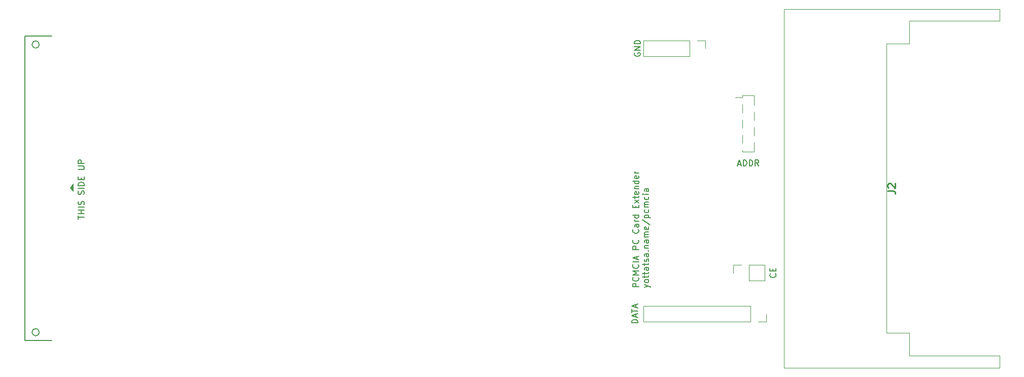
<source format=gbr>
%TF.GenerationSoftware,KiCad,Pcbnew,(5.1.10)-1*%
%TF.CreationDate,2021-12-05T17:06:37+00:00*%
%TF.ProjectId,devboard,64657662-6f61-4726-942e-6b696361645f,rev?*%
%TF.SameCoordinates,Original*%
%TF.FileFunction,Legend,Top*%
%TF.FilePolarity,Positive*%
%FSLAX46Y46*%
G04 Gerber Fmt 4.6, Leading zero omitted, Abs format (unit mm)*
G04 Created by KiCad (PCBNEW (5.1.10)-1) date 2021-12-05 17:06:37*
%MOMM*%
%LPD*%
G01*
G04 APERTURE LIST*
%ADD10C,0.200000*%
%ADD11C,0.150000*%
%ADD12C,0.100000*%
%ADD13C,0.120000*%
%ADD14C,0.254000*%
G04 APERTURE END LIST*
D10*
X85685380Y-88415190D02*
X85685380Y-87843761D01*
X86685380Y-88129476D02*
X85685380Y-88129476D01*
X86685380Y-87510428D02*
X85685380Y-87510428D01*
X86161571Y-87510428D02*
X86161571Y-86939000D01*
X86685380Y-86939000D02*
X85685380Y-86939000D01*
X86685380Y-86462809D02*
X85685380Y-86462809D01*
X86637761Y-86034238D02*
X86685380Y-85891380D01*
X86685380Y-85653285D01*
X86637761Y-85558047D01*
X86590142Y-85510428D01*
X86494904Y-85462809D01*
X86399666Y-85462809D01*
X86304428Y-85510428D01*
X86256809Y-85558047D01*
X86209190Y-85653285D01*
X86161571Y-85843761D01*
X86113952Y-85939000D01*
X86066333Y-85986619D01*
X85971095Y-86034238D01*
X85875857Y-86034238D01*
X85780619Y-85986619D01*
X85733000Y-85939000D01*
X85685380Y-85843761D01*
X85685380Y-85605666D01*
X85733000Y-85462809D01*
X86637761Y-84319952D02*
X86685380Y-84177095D01*
X86685380Y-83939000D01*
X86637761Y-83843761D01*
X86590142Y-83796142D01*
X86494904Y-83748523D01*
X86399666Y-83748523D01*
X86304428Y-83796142D01*
X86256809Y-83843761D01*
X86209190Y-83939000D01*
X86161571Y-84129476D01*
X86113952Y-84224714D01*
X86066333Y-84272333D01*
X85971095Y-84319952D01*
X85875857Y-84319952D01*
X85780619Y-84272333D01*
X85733000Y-84224714D01*
X85685380Y-84129476D01*
X85685380Y-83891380D01*
X85733000Y-83748523D01*
X86685380Y-83319952D02*
X85685380Y-83319952D01*
X86685380Y-82843761D02*
X85685380Y-82843761D01*
X85685380Y-82605666D01*
X85733000Y-82462809D01*
X85828238Y-82367571D01*
X85923476Y-82319952D01*
X86113952Y-82272333D01*
X86256809Y-82272333D01*
X86447285Y-82319952D01*
X86542523Y-82367571D01*
X86637761Y-82462809D01*
X86685380Y-82605666D01*
X86685380Y-82843761D01*
X86161571Y-81843761D02*
X86161571Y-81510428D01*
X86685380Y-81367571D02*
X86685380Y-81843761D01*
X85685380Y-81843761D01*
X85685380Y-81367571D01*
X85685380Y-80177095D02*
X86494904Y-80177095D01*
X86590142Y-80129476D01*
X86637761Y-80081857D01*
X86685380Y-79986619D01*
X86685380Y-79796142D01*
X86637761Y-79700904D01*
X86590142Y-79653285D01*
X86494904Y-79605666D01*
X85685380Y-79605666D01*
X86685380Y-79129476D02*
X85685380Y-79129476D01*
X85685380Y-78748523D01*
X85733000Y-78653285D01*
X85780619Y-78605666D01*
X85875857Y-78558047D01*
X86018714Y-78558047D01*
X86113952Y-78605666D01*
X86161571Y-78653285D01*
X86209190Y-78748523D01*
X86209190Y-79129476D01*
D11*
X179205380Y-99740404D02*
X178205380Y-99740404D01*
X178205380Y-99359452D01*
X178253000Y-99264214D01*
X178300619Y-99216595D01*
X178395857Y-99168976D01*
X178538714Y-99168976D01*
X178633952Y-99216595D01*
X178681571Y-99264214D01*
X178729190Y-99359452D01*
X178729190Y-99740404D01*
X179110142Y-98168976D02*
X179157761Y-98216595D01*
X179205380Y-98359452D01*
X179205380Y-98454690D01*
X179157761Y-98597547D01*
X179062523Y-98692785D01*
X178967285Y-98740404D01*
X178776809Y-98788023D01*
X178633952Y-98788023D01*
X178443476Y-98740404D01*
X178348238Y-98692785D01*
X178253000Y-98597547D01*
X178205380Y-98454690D01*
X178205380Y-98359452D01*
X178253000Y-98216595D01*
X178300619Y-98168976D01*
X179205380Y-97740404D02*
X178205380Y-97740404D01*
X178919666Y-97407071D01*
X178205380Y-97073738D01*
X179205380Y-97073738D01*
X179110142Y-96026119D02*
X179157761Y-96073738D01*
X179205380Y-96216595D01*
X179205380Y-96311833D01*
X179157761Y-96454690D01*
X179062523Y-96549928D01*
X178967285Y-96597547D01*
X178776809Y-96645166D01*
X178633952Y-96645166D01*
X178443476Y-96597547D01*
X178348238Y-96549928D01*
X178253000Y-96454690D01*
X178205380Y-96311833D01*
X178205380Y-96216595D01*
X178253000Y-96073738D01*
X178300619Y-96026119D01*
X179205380Y-95597547D02*
X178205380Y-95597547D01*
X178919666Y-95168976D02*
X178919666Y-94692785D01*
X179205380Y-95264214D02*
X178205380Y-94930880D01*
X179205380Y-94597547D01*
X179205380Y-93502309D02*
X178205380Y-93502309D01*
X178205380Y-93121357D01*
X178253000Y-93026119D01*
X178300619Y-92978500D01*
X178395857Y-92930880D01*
X178538714Y-92930880D01*
X178633952Y-92978500D01*
X178681571Y-93026119D01*
X178729190Y-93121357D01*
X178729190Y-93502309D01*
X179110142Y-91930880D02*
X179157761Y-91978500D01*
X179205380Y-92121357D01*
X179205380Y-92216595D01*
X179157761Y-92359452D01*
X179062523Y-92454690D01*
X178967285Y-92502309D01*
X178776809Y-92549928D01*
X178633952Y-92549928D01*
X178443476Y-92502309D01*
X178348238Y-92454690D01*
X178253000Y-92359452D01*
X178205380Y-92216595D01*
X178205380Y-92121357D01*
X178253000Y-91978500D01*
X178300619Y-91930880D01*
X179110142Y-90168976D02*
X179157761Y-90216595D01*
X179205380Y-90359452D01*
X179205380Y-90454690D01*
X179157761Y-90597547D01*
X179062523Y-90692785D01*
X178967285Y-90740404D01*
X178776809Y-90788023D01*
X178633952Y-90788023D01*
X178443476Y-90740404D01*
X178348238Y-90692785D01*
X178253000Y-90597547D01*
X178205380Y-90454690D01*
X178205380Y-90359452D01*
X178253000Y-90216595D01*
X178300619Y-90168976D01*
X179205380Y-89311833D02*
X178681571Y-89311833D01*
X178586333Y-89359452D01*
X178538714Y-89454690D01*
X178538714Y-89645166D01*
X178586333Y-89740404D01*
X179157761Y-89311833D02*
X179205380Y-89407071D01*
X179205380Y-89645166D01*
X179157761Y-89740404D01*
X179062523Y-89788023D01*
X178967285Y-89788023D01*
X178872047Y-89740404D01*
X178824428Y-89645166D01*
X178824428Y-89407071D01*
X178776809Y-89311833D01*
X179205380Y-88835642D02*
X178538714Y-88835642D01*
X178729190Y-88835642D02*
X178633952Y-88788023D01*
X178586333Y-88740404D01*
X178538714Y-88645166D01*
X178538714Y-88549928D01*
X179205380Y-87788023D02*
X178205380Y-87788023D01*
X179157761Y-87788023D02*
X179205380Y-87883261D01*
X179205380Y-88073738D01*
X179157761Y-88168976D01*
X179110142Y-88216595D01*
X179014904Y-88264214D01*
X178729190Y-88264214D01*
X178633952Y-88216595D01*
X178586333Y-88168976D01*
X178538714Y-88073738D01*
X178538714Y-87883261D01*
X178586333Y-87788023D01*
X178681571Y-86549928D02*
X178681571Y-86216595D01*
X179205380Y-86073738D02*
X179205380Y-86549928D01*
X178205380Y-86549928D01*
X178205380Y-86073738D01*
X179205380Y-85740404D02*
X178538714Y-85216595D01*
X178538714Y-85740404D02*
X179205380Y-85216595D01*
X178538714Y-84978500D02*
X178538714Y-84597547D01*
X178205380Y-84835642D02*
X179062523Y-84835642D01*
X179157761Y-84788023D01*
X179205380Y-84692785D01*
X179205380Y-84597547D01*
X179157761Y-83883261D02*
X179205380Y-83978500D01*
X179205380Y-84168976D01*
X179157761Y-84264214D01*
X179062523Y-84311833D01*
X178681571Y-84311833D01*
X178586333Y-84264214D01*
X178538714Y-84168976D01*
X178538714Y-83978500D01*
X178586333Y-83883261D01*
X178681571Y-83835642D01*
X178776809Y-83835642D01*
X178872047Y-84311833D01*
X178538714Y-83407071D02*
X179205380Y-83407071D01*
X178633952Y-83407071D02*
X178586333Y-83359452D01*
X178538714Y-83264214D01*
X178538714Y-83121357D01*
X178586333Y-83026119D01*
X178681571Y-82978500D01*
X179205380Y-82978500D01*
X179205380Y-82073738D02*
X178205380Y-82073738D01*
X179157761Y-82073738D02*
X179205380Y-82168976D01*
X179205380Y-82359452D01*
X179157761Y-82454690D01*
X179110142Y-82502309D01*
X179014904Y-82549928D01*
X178729190Y-82549928D01*
X178633952Y-82502309D01*
X178586333Y-82454690D01*
X178538714Y-82359452D01*
X178538714Y-82168976D01*
X178586333Y-82073738D01*
X179157761Y-81216595D02*
X179205380Y-81311833D01*
X179205380Y-81502309D01*
X179157761Y-81597547D01*
X179062523Y-81645166D01*
X178681571Y-81645166D01*
X178586333Y-81597547D01*
X178538714Y-81502309D01*
X178538714Y-81311833D01*
X178586333Y-81216595D01*
X178681571Y-81168976D01*
X178776809Y-81168976D01*
X178872047Y-81645166D01*
X179205380Y-80740404D02*
X178538714Y-80740404D01*
X178729190Y-80740404D02*
X178633952Y-80692785D01*
X178586333Y-80645166D01*
X178538714Y-80549928D01*
X178538714Y-80454690D01*
X180188714Y-99835642D02*
X180855380Y-99597547D01*
X180188714Y-99359452D02*
X180855380Y-99597547D01*
X181093476Y-99692785D01*
X181141095Y-99740404D01*
X181188714Y-99835642D01*
X180855380Y-98835642D02*
X180807761Y-98930880D01*
X180760142Y-98978500D01*
X180664904Y-99026119D01*
X180379190Y-99026119D01*
X180283952Y-98978500D01*
X180236333Y-98930880D01*
X180188714Y-98835642D01*
X180188714Y-98692785D01*
X180236333Y-98597547D01*
X180283952Y-98549928D01*
X180379190Y-98502309D01*
X180664904Y-98502309D01*
X180760142Y-98549928D01*
X180807761Y-98597547D01*
X180855380Y-98692785D01*
X180855380Y-98835642D01*
X180188714Y-98216595D02*
X180188714Y-97835642D01*
X179855380Y-98073738D02*
X180712523Y-98073738D01*
X180807761Y-98026119D01*
X180855380Y-97930880D01*
X180855380Y-97835642D01*
X180188714Y-97645166D02*
X180188714Y-97264214D01*
X179855380Y-97502309D02*
X180712523Y-97502309D01*
X180807761Y-97454690D01*
X180855380Y-97359452D01*
X180855380Y-97264214D01*
X180855380Y-96502309D02*
X180331571Y-96502309D01*
X180236333Y-96549928D01*
X180188714Y-96645166D01*
X180188714Y-96835642D01*
X180236333Y-96930880D01*
X180807761Y-96502309D02*
X180855380Y-96597547D01*
X180855380Y-96835642D01*
X180807761Y-96930880D01*
X180712523Y-96978500D01*
X180617285Y-96978500D01*
X180522047Y-96930880D01*
X180474428Y-96835642D01*
X180474428Y-96597547D01*
X180426809Y-96502309D01*
X180188714Y-96168976D02*
X180188714Y-95788023D01*
X179855380Y-96026119D02*
X180712523Y-96026119D01*
X180807761Y-95978500D01*
X180855380Y-95883261D01*
X180855380Y-95788023D01*
X180807761Y-95502309D02*
X180855380Y-95407071D01*
X180855380Y-95216595D01*
X180807761Y-95121357D01*
X180712523Y-95073738D01*
X180664904Y-95073738D01*
X180569666Y-95121357D01*
X180522047Y-95216595D01*
X180522047Y-95359452D01*
X180474428Y-95454690D01*
X180379190Y-95502309D01*
X180331571Y-95502309D01*
X180236333Y-95454690D01*
X180188714Y-95359452D01*
X180188714Y-95216595D01*
X180236333Y-95121357D01*
X180855380Y-94216595D02*
X180331571Y-94216595D01*
X180236333Y-94264214D01*
X180188714Y-94359452D01*
X180188714Y-94549928D01*
X180236333Y-94645166D01*
X180807761Y-94216595D02*
X180855380Y-94311833D01*
X180855380Y-94549928D01*
X180807761Y-94645166D01*
X180712523Y-94692785D01*
X180617285Y-94692785D01*
X180522047Y-94645166D01*
X180474428Y-94549928D01*
X180474428Y-94311833D01*
X180426809Y-94216595D01*
X180760142Y-93740404D02*
X180807761Y-93692785D01*
X180855380Y-93740404D01*
X180807761Y-93788023D01*
X180760142Y-93740404D01*
X180855380Y-93740404D01*
X180188714Y-93264214D02*
X180855380Y-93264214D01*
X180283952Y-93264214D02*
X180236333Y-93216595D01*
X180188714Y-93121357D01*
X180188714Y-92978500D01*
X180236333Y-92883261D01*
X180331571Y-92835642D01*
X180855380Y-92835642D01*
X180855380Y-91930880D02*
X180331571Y-91930880D01*
X180236333Y-91978500D01*
X180188714Y-92073738D01*
X180188714Y-92264214D01*
X180236333Y-92359452D01*
X180807761Y-91930880D02*
X180855380Y-92026119D01*
X180855380Y-92264214D01*
X180807761Y-92359452D01*
X180712523Y-92407071D01*
X180617285Y-92407071D01*
X180522047Y-92359452D01*
X180474428Y-92264214D01*
X180474428Y-92026119D01*
X180426809Y-91930880D01*
X180855380Y-91454690D02*
X180188714Y-91454690D01*
X180283952Y-91454690D02*
X180236333Y-91407071D01*
X180188714Y-91311833D01*
X180188714Y-91168976D01*
X180236333Y-91073738D01*
X180331571Y-91026119D01*
X180855380Y-91026119D01*
X180331571Y-91026119D02*
X180236333Y-90978500D01*
X180188714Y-90883261D01*
X180188714Y-90740404D01*
X180236333Y-90645166D01*
X180331571Y-90597547D01*
X180855380Y-90597547D01*
X180807761Y-89740404D02*
X180855380Y-89835642D01*
X180855380Y-90026119D01*
X180807761Y-90121357D01*
X180712523Y-90168976D01*
X180331571Y-90168976D01*
X180236333Y-90121357D01*
X180188714Y-90026119D01*
X180188714Y-89835642D01*
X180236333Y-89740404D01*
X180331571Y-89692785D01*
X180426809Y-89692785D01*
X180522047Y-90168976D01*
X179807761Y-88549928D02*
X181093476Y-89407071D01*
X180188714Y-88216595D02*
X181188714Y-88216595D01*
X180236333Y-88216595D02*
X180188714Y-88121357D01*
X180188714Y-87930880D01*
X180236333Y-87835642D01*
X180283952Y-87788023D01*
X180379190Y-87740404D01*
X180664904Y-87740404D01*
X180760142Y-87788023D01*
X180807761Y-87835642D01*
X180855380Y-87930880D01*
X180855380Y-88121357D01*
X180807761Y-88216595D01*
X180807761Y-86883261D02*
X180855380Y-86978500D01*
X180855380Y-87168976D01*
X180807761Y-87264214D01*
X180760142Y-87311833D01*
X180664904Y-87359452D01*
X180379190Y-87359452D01*
X180283952Y-87311833D01*
X180236333Y-87264214D01*
X180188714Y-87168976D01*
X180188714Y-86978500D01*
X180236333Y-86883261D01*
X180855380Y-86454690D02*
X180188714Y-86454690D01*
X180283952Y-86454690D02*
X180236333Y-86407071D01*
X180188714Y-86311833D01*
X180188714Y-86168976D01*
X180236333Y-86073738D01*
X180331571Y-86026119D01*
X180855380Y-86026119D01*
X180331571Y-86026119D02*
X180236333Y-85978500D01*
X180188714Y-85883261D01*
X180188714Y-85740404D01*
X180236333Y-85645166D01*
X180331571Y-85597547D01*
X180855380Y-85597547D01*
X180807761Y-84692785D02*
X180855380Y-84788023D01*
X180855380Y-84978500D01*
X180807761Y-85073738D01*
X180760142Y-85121357D01*
X180664904Y-85168976D01*
X180379190Y-85168976D01*
X180283952Y-85121357D01*
X180236333Y-85073738D01*
X180188714Y-84978500D01*
X180188714Y-84788023D01*
X180236333Y-84692785D01*
X180855380Y-84264214D02*
X180188714Y-84264214D01*
X179855380Y-84264214D02*
X179903000Y-84311833D01*
X179950619Y-84264214D01*
X179903000Y-84216595D01*
X179855380Y-84264214D01*
X179950619Y-84264214D01*
X180855380Y-83359452D02*
X180331571Y-83359452D01*
X180236333Y-83407071D01*
X180188714Y-83502309D01*
X180188714Y-83692785D01*
X180236333Y-83788023D01*
X180807761Y-83359452D02*
X180855380Y-83454690D01*
X180855380Y-83692785D01*
X180807761Y-83788023D01*
X180712523Y-83835642D01*
X180617285Y-83835642D01*
X180522047Y-83788023D01*
X180474428Y-83692785D01*
X180474428Y-83454690D01*
X180426809Y-83359452D01*
D12*
G36*
X84836000Y-83820000D02*
G01*
X84328000Y-83185000D01*
X84836000Y-82550000D01*
X84836000Y-83820000D01*
G37*
X84836000Y-83820000D02*
X84328000Y-83185000D01*
X84836000Y-82550000D01*
X84836000Y-83820000D01*
%TO.C,J2*%
X239431000Y-111252000D02*
X239431000Y-113237000D01*
X239431000Y-113237000D02*
X203431000Y-113237000D01*
X203431000Y-113237000D02*
X203431000Y-53387000D01*
X203431000Y-53387000D02*
X239431000Y-53387000D01*
X239431000Y-53387000D02*
X239431000Y-55372000D01*
X239431000Y-55372000D02*
X224386000Y-55372000D01*
X224386000Y-55372000D02*
X224386000Y-59182000D01*
X224386000Y-59182000D02*
X220576000Y-59182000D01*
X220576000Y-59182000D02*
X220576000Y-107442000D01*
X220576000Y-107442000D02*
X224386000Y-107442000D01*
X224386000Y-107442000D02*
X224386000Y-111252000D01*
X224386000Y-111252000D02*
X239431000Y-111252000D01*
D13*
%TO.C,J4*%
X196525000Y-67837000D02*
X198445000Y-67837000D01*
X198445000Y-67837000D02*
X198445000Y-69392000D01*
X198445000Y-70562000D02*
X198445000Y-71932000D01*
X198445000Y-73102000D02*
X198445000Y-74472000D01*
X198445000Y-75642000D02*
X198445000Y-77197000D01*
X196525000Y-77197000D02*
X198445000Y-77197000D01*
X196525000Y-67837000D02*
X196525000Y-68122000D01*
X196525000Y-69292000D02*
X196525000Y-70662000D01*
X196525000Y-71832000D02*
X196525000Y-73202000D01*
X196525000Y-74372000D02*
X196525000Y-75742000D01*
X196525000Y-76912000D02*
X196525000Y-77197000D01*
X195295000Y-68122000D02*
X196525000Y-68122000D01*
%TO.C,J7*%
X180026000Y-58614000D02*
X180026000Y-61274000D01*
X187706000Y-58614000D02*
X180026000Y-58614000D01*
X187706000Y-61274000D02*
X180026000Y-61274000D01*
X187706000Y-58614000D02*
X187706000Y-61274000D01*
X188976000Y-58614000D02*
X190306000Y-58614000D01*
X190306000Y-58614000D02*
X190306000Y-59944000D01*
%TO.C,J6*%
X195012000Y-97409000D02*
X195012000Y-96079000D01*
X195012000Y-96079000D02*
X196342000Y-96079000D01*
X197612000Y-96079000D02*
X200212000Y-96079000D01*
X200212000Y-98739000D02*
X200212000Y-96079000D01*
X197612000Y-98739000D02*
X200212000Y-98739000D01*
X197612000Y-98739000D02*
X197612000Y-96079000D01*
%TO.C,J3*%
X200466000Y-104267000D02*
X200466000Y-105597000D01*
X200466000Y-105597000D02*
X199136000Y-105597000D01*
X197866000Y-105597000D02*
X180026000Y-105597000D01*
X180026000Y-102937000D02*
X180026000Y-105597000D01*
X197866000Y-102937000D02*
X180026000Y-102937000D01*
X197866000Y-102937000D02*
X197866000Y-105597000D01*
D11*
%TO.C,J1*%
X81280000Y-57912000D02*
X76780000Y-57912000D01*
X81280000Y-108712000D02*
X76780000Y-108712000D01*
X79180000Y-107312000D02*
G75*
G03*
X79180000Y-107312000I-600000J0D01*
G01*
X79180000Y-59302000D02*
G75*
G03*
X79180000Y-59302000I-600000J0D01*
G01*
X76780000Y-108712000D02*
X76780000Y-57912000D01*
%TO.C,J2*%
D14*
X220735523Y-83735333D02*
X221642666Y-83735333D01*
X221824095Y-83795809D01*
X221945047Y-83916761D01*
X222005523Y-84098190D01*
X222005523Y-84219142D01*
X220856476Y-83191047D02*
X220796000Y-83130571D01*
X220735523Y-83009619D01*
X220735523Y-82707238D01*
X220796000Y-82586285D01*
X220856476Y-82525809D01*
X220977428Y-82465333D01*
X221098380Y-82465333D01*
X221279809Y-82525809D01*
X222005523Y-83251523D01*
X222005523Y-82465333D01*
%TO.C,J4*%
D11*
X195746904Y-79287666D02*
X196223095Y-79287666D01*
X195651666Y-79573380D02*
X195985000Y-78573380D01*
X196318333Y-79573380D01*
X196651666Y-79573380D02*
X196651666Y-78573380D01*
X196889761Y-78573380D01*
X197032619Y-78621000D01*
X197127857Y-78716238D01*
X197175476Y-78811476D01*
X197223095Y-79001952D01*
X197223095Y-79144809D01*
X197175476Y-79335285D01*
X197127857Y-79430523D01*
X197032619Y-79525761D01*
X196889761Y-79573380D01*
X196651666Y-79573380D01*
X197651666Y-79573380D02*
X197651666Y-78573380D01*
X197889761Y-78573380D01*
X198032619Y-78621000D01*
X198127857Y-78716238D01*
X198175476Y-78811476D01*
X198223095Y-79001952D01*
X198223095Y-79144809D01*
X198175476Y-79335285D01*
X198127857Y-79430523D01*
X198032619Y-79525761D01*
X197889761Y-79573380D01*
X197651666Y-79573380D01*
X199223095Y-79573380D02*
X198889761Y-79097190D01*
X198651666Y-79573380D02*
X198651666Y-78573380D01*
X199032619Y-78573380D01*
X199127857Y-78621000D01*
X199175476Y-78668619D01*
X199223095Y-78763857D01*
X199223095Y-78906714D01*
X199175476Y-79001952D01*
X199127857Y-79049571D01*
X199032619Y-79097190D01*
X198651666Y-79097190D01*
%TO.C,J7*%
X178526000Y-60705904D02*
X178478380Y-60801142D01*
X178478380Y-60944000D01*
X178526000Y-61086857D01*
X178621238Y-61182095D01*
X178716476Y-61229714D01*
X178906952Y-61277333D01*
X179049809Y-61277333D01*
X179240285Y-61229714D01*
X179335523Y-61182095D01*
X179430761Y-61086857D01*
X179478380Y-60944000D01*
X179478380Y-60848761D01*
X179430761Y-60705904D01*
X179383142Y-60658285D01*
X179049809Y-60658285D01*
X179049809Y-60848761D01*
X179478380Y-60229714D02*
X178478380Y-60229714D01*
X179478380Y-59658285D01*
X178478380Y-59658285D01*
X179478380Y-59182095D02*
X178478380Y-59182095D01*
X178478380Y-58944000D01*
X178526000Y-58801142D01*
X178621238Y-58705904D01*
X178716476Y-58658285D01*
X178906952Y-58610666D01*
X179049809Y-58610666D01*
X179240285Y-58658285D01*
X179335523Y-58705904D01*
X179430761Y-58801142D01*
X179478380Y-58944000D01*
X179478380Y-59182095D01*
%TO.C,J6*%
X202009142Y-97551857D02*
X202056761Y-97599476D01*
X202104380Y-97742333D01*
X202104380Y-97837571D01*
X202056761Y-97980428D01*
X201961523Y-98075666D01*
X201866285Y-98123285D01*
X201675809Y-98170904D01*
X201532952Y-98170904D01*
X201342476Y-98123285D01*
X201247238Y-98075666D01*
X201152000Y-97980428D01*
X201104380Y-97837571D01*
X201104380Y-97742333D01*
X201152000Y-97599476D01*
X201199619Y-97551857D01*
X201580571Y-97123285D02*
X201580571Y-96789952D01*
X202104380Y-96647095D02*
X202104380Y-97123285D01*
X201104380Y-97123285D01*
X201104380Y-96647095D01*
%TO.C,J3*%
X179038380Y-105767000D02*
X178038380Y-105767000D01*
X178038380Y-105528904D01*
X178086000Y-105386047D01*
X178181238Y-105290809D01*
X178276476Y-105243190D01*
X178466952Y-105195571D01*
X178609809Y-105195571D01*
X178800285Y-105243190D01*
X178895523Y-105290809D01*
X178990761Y-105386047D01*
X179038380Y-105528904D01*
X179038380Y-105767000D01*
X178752666Y-104814619D02*
X178752666Y-104338428D01*
X179038380Y-104909857D02*
X178038380Y-104576523D01*
X179038380Y-104243190D01*
X178038380Y-104052714D02*
X178038380Y-103481285D01*
X179038380Y-103767000D02*
X178038380Y-103767000D01*
X178752666Y-103195571D02*
X178752666Y-102719380D01*
X179038380Y-103290809D02*
X178038380Y-102957476D01*
X179038380Y-102624142D01*
%TD*%
M02*

</source>
